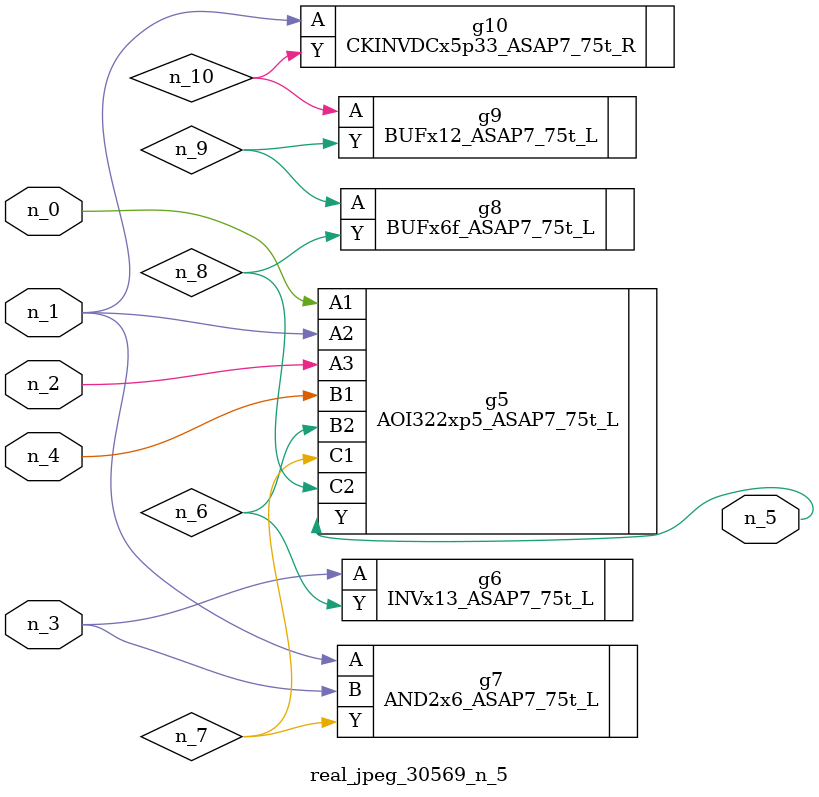
<source format=v>
module real_jpeg_30569_n_5 (n_4, n_0, n_1, n_2, n_3, n_5);

input n_4;
input n_0;
input n_1;
input n_2;
input n_3;

output n_5;

wire n_8;
wire n_6;
wire n_7;
wire n_10;
wire n_9;

AOI322xp5_ASAP7_75t_L g5 ( 
.A1(n_0),
.A2(n_1),
.A3(n_2),
.B1(n_4),
.B2(n_6),
.C1(n_7),
.C2(n_8),
.Y(n_5)
);

AND2x6_ASAP7_75t_L g7 ( 
.A(n_1),
.B(n_3),
.Y(n_7)
);

CKINVDCx5p33_ASAP7_75t_R g10 ( 
.A(n_1),
.Y(n_10)
);

INVx13_ASAP7_75t_L g6 ( 
.A(n_3),
.Y(n_6)
);

BUFx6f_ASAP7_75t_L g8 ( 
.A(n_9),
.Y(n_8)
);

BUFx12_ASAP7_75t_L g9 ( 
.A(n_10),
.Y(n_9)
);


endmodule
</source>
